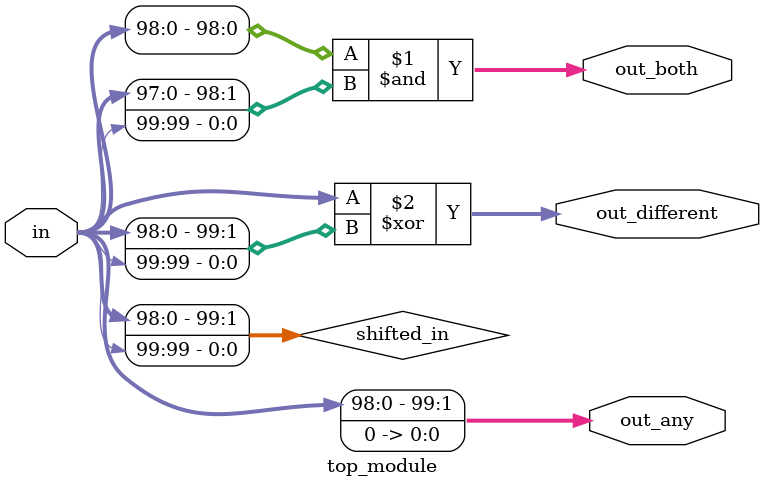
<source format=sv>
module top_module (
    input [99:0] in,
    output [98:0] out_both,
    output [99:0] out_any,
    output [99:0] out_different
);

    wire [99:0] shifted_in;
    assign shifted_in = {in[98:0], in[99]};

    assign out_both = in[98:0] & shifted_in[98:0];
    assign out_any = {in, 1'b0};
    assign out_different = in ^ shifted_in;

endmodule

</source>
